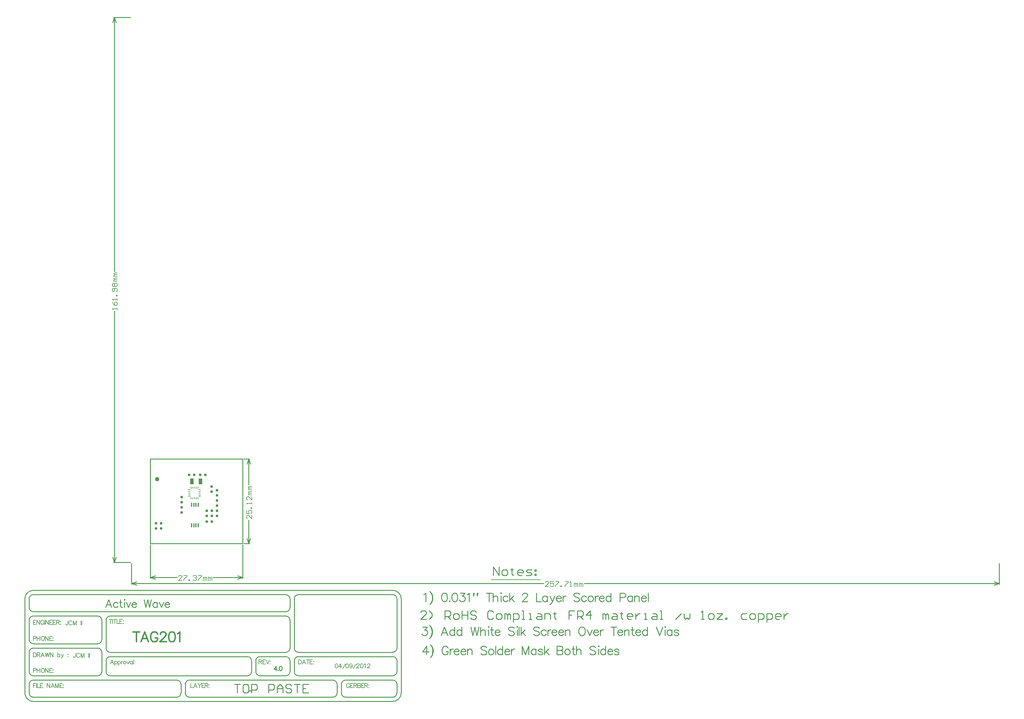
<source format=gtp>
%FSLAX25Y25*%
%MOIN*%
G70*
G01*
G75*
G04 Layer_Color=8421504*
%ADD10R,0.03000X0.03000*%
%ADD11R,0.03000X0.03000*%
%ADD12R,0.01550X0.05000*%
%ADD13C,0.05000*%
%ADD14R,0.03937X0.07087*%
G04:AMPARAMS|DCode=15|XSize=25.59mil|YSize=9.84mil|CornerRadius=2.46mil|HoleSize=0mil|Usage=FLASHONLY|Rotation=0.000|XOffset=0mil|YOffset=0mil|HoleType=Round|Shape=RoundedRectangle|*
%AMROUNDEDRECTD15*
21,1,0.02559,0.00492,0,0,0.0*
21,1,0.02067,0.00984,0,0,0.0*
1,1,0.00492,0.01034,-0.00246*
1,1,0.00492,-0.01034,-0.00246*
1,1,0.00492,-0.01034,0.00246*
1,1,0.00492,0.01034,0.00246*
%
%ADD15ROUNDEDRECTD15*%
G04:AMPARAMS|DCode=16|XSize=25.59mil|YSize=9.84mil|CornerRadius=2.46mil|HoleSize=0mil|Usage=FLASHONLY|Rotation=90.000|XOffset=0mil|YOffset=0mil|HoleType=Round|Shape=RoundedRectangle|*
%AMROUNDEDRECTD16*
21,1,0.02559,0.00492,0,0,90.0*
21,1,0.02067,0.00984,0,0,90.0*
1,1,0.00492,0.00246,0.01034*
1,1,0.00492,0.00246,-0.01034*
1,1,0.00492,-0.00246,-0.01034*
1,1,0.00492,-0.00246,0.01034*
%
%ADD16ROUNDEDRECTD16*%
G04:AMPARAMS|DCode=17|XSize=25.59mil|YSize=9.84mil|CornerRadius=0mil|HoleSize=0mil|Usage=FLASHONLY|Rotation=90.000|XOffset=0mil|YOffset=0mil|HoleType=Round|Shape=Octagon|*
%AMOCTAGOND17*
4,1,8,0.00246,0.01280,-0.00246,0.01280,-0.00492,0.01034,-0.00492,-0.01034,-0.00246,-0.01280,0.00246,-0.01280,0.00492,-0.01034,0.00492,0.01034,0.00246,0.01280,0.0*
%
%ADD17OCTAGOND17*%

G04:AMPARAMS|DCode=18|XSize=25.59mil|YSize=9.84mil|CornerRadius=0mil|HoleSize=0mil|Usage=FLASHONLY|Rotation=180.000|XOffset=0mil|YOffset=0mil|HoleType=Round|Shape=Octagon|*
%AMOCTAGOND18*
4,1,8,-0.01280,0.00246,-0.01280,-0.00246,-0.01034,-0.00492,0.01034,-0.00492,0.01280,-0.00246,0.01280,0.00246,0.01034,0.00492,-0.01034,0.00492,-0.01280,0.00246,0.0*
%
%ADD18OCTAGOND18*%

%ADD19C,0.01200*%
%ADD20C,0.02000*%
%ADD21C,0.00800*%
%ADD22C,0.01000*%
%ADD23C,0.00600*%
%ADD24C,0.00900*%
%ADD25C,0.00500*%
%ADD26C,0.01500*%
%ADD27C,0.05200*%
%ADD28R,0.06200X0.04000*%
%ADD29O,0.06200X0.04000*%
%ADD30C,0.02600*%
%ADD31C,0.09200*%
%ADD32C,0.06000*%
%ADD33R,0.13000X0.15000*%
%ADD34C,0.00504*%
D10*
X51400Y80100D02*
D03*
X45400D02*
D03*
X58100D02*
D03*
X64100D02*
D03*
X71800Y25300D02*
D03*
X65800D02*
D03*
D11*
X36500Y54100D02*
D03*
Y48100D02*
D03*
Y36000D02*
D03*
Y42000D02*
D03*
X71900Y38000D02*
D03*
Y32000D02*
D03*
X65900Y38000D02*
D03*
Y32000D02*
D03*
X78000Y62000D02*
D03*
Y56000D02*
D03*
Y44000D02*
D03*
Y50000D02*
D03*
X77900Y32000D02*
D03*
Y38000D02*
D03*
X71600Y60500D02*
D03*
Y66500D02*
D03*
X6500Y17500D02*
D03*
Y23500D02*
D03*
X12500D02*
D03*
Y17500D02*
D03*
D12*
X48160Y21000D02*
D03*
X50750D02*
D03*
X53250D02*
D03*
X55840D02*
D03*
Y45000D02*
D03*
X53250D02*
D03*
X50750D02*
D03*
X48160D02*
D03*
D13*
X8000Y75100D02*
D03*
D14*
X58521Y72300D02*
D03*
X48679D02*
D03*
D15*
X45498Y58900D02*
D03*
Y60869D02*
D03*
Y56932D02*
D03*
X57702Y60869D02*
D03*
Y58900D02*
D03*
Y56932D02*
D03*
D16*
X53569Y65002D02*
D03*
X51600D02*
D03*
X49632D02*
D03*
X53569Y52798D02*
D03*
X49632D02*
D03*
X51600D02*
D03*
D17*
X55537Y65002D02*
D03*
X47663D02*
D03*
X55537Y52798D02*
D03*
X47663D02*
D03*
D18*
X57702Y62837D02*
D03*
X45498D02*
D03*
X57702Y54963D02*
D03*
X45498D02*
D03*
D21*
X-96520Y-90501D02*
Y-94310D01*
X-96758Y-95024D01*
X-96996Y-95262D01*
X-97472Y-95500D01*
X-97948D01*
X-98424Y-95262D01*
X-98662Y-95024D01*
X-98900Y-94310D01*
Y-93834D01*
X-91663Y-91691D02*
X-91901Y-91215D01*
X-92378Y-90739D01*
X-92854Y-90501D01*
X-93806D01*
X-94282Y-90739D01*
X-94758Y-91215D01*
X-94996Y-91691D01*
X-95234Y-92405D01*
Y-93596D01*
X-94996Y-94310D01*
X-94758Y-94786D01*
X-94282Y-95262D01*
X-93806Y-95500D01*
X-92854D01*
X-92378Y-95262D01*
X-91901Y-94786D01*
X-91663Y-94310D01*
X-90259Y-90501D02*
Y-95500D01*
Y-90501D02*
X-88355Y-95500D01*
X-86450Y-90501D02*
X-88355Y-95500D01*
X-86450Y-90501D02*
Y-95500D01*
X-81094Y-90501D02*
Y-95500D01*
X-80047Y-90501D02*
Y-95500D01*
X-87520Y-128501D02*
Y-132310D01*
X-87758Y-133024D01*
X-87996Y-133262D01*
X-88472Y-133500D01*
X-88948D01*
X-89424Y-133262D01*
X-89662Y-133024D01*
X-89900Y-132310D01*
Y-131834D01*
X-82664Y-129691D02*
X-82902Y-129215D01*
X-83378Y-128739D01*
X-83854Y-128501D01*
X-84806D01*
X-85282Y-128739D01*
X-85758Y-129215D01*
X-85996Y-129691D01*
X-86234Y-130405D01*
Y-131596D01*
X-85996Y-132310D01*
X-85758Y-132786D01*
X-85282Y-133262D01*
X-84806Y-133500D01*
X-83854D01*
X-83378Y-133262D01*
X-82902Y-132786D01*
X-82664Y-132310D01*
X-81259Y-128501D02*
Y-133500D01*
Y-128501D02*
X-79355Y-133500D01*
X-77450Y-128501D02*
X-79355Y-133500D01*
X-77450Y-128501D02*
Y-133500D01*
X-72094Y-128501D02*
Y-133500D01*
X-71047Y-128501D02*
Y-133500D01*
X217303Y-140947D02*
X216589Y-141185D01*
X216113Y-141900D01*
X215875Y-143090D01*
Y-143804D01*
X216113Y-144994D01*
X216589Y-145708D01*
X217303Y-145946D01*
X217779D01*
X218493Y-145708D01*
X218969Y-144994D01*
X219207Y-143804D01*
Y-143090D01*
X218969Y-141900D01*
X218493Y-141185D01*
X217779Y-140947D01*
X217303D01*
X222707D02*
X220326Y-144280D01*
X223897D01*
X222707Y-140947D02*
Y-145946D01*
X224778Y-146660D02*
X228110Y-140947D01*
X229872D02*
X229157Y-141185D01*
X228681Y-141900D01*
X228443Y-143090D01*
Y-143804D01*
X228681Y-144994D01*
X229157Y-145708D01*
X229872Y-145946D01*
X230348D01*
X231062Y-145708D01*
X231538Y-144994D01*
X231776Y-143804D01*
Y-143090D01*
X231538Y-141900D01*
X231062Y-141185D01*
X230348Y-140947D01*
X229872D01*
X235989Y-142614D02*
X235751Y-143328D01*
X235275Y-143804D01*
X234561Y-144042D01*
X234323D01*
X233609Y-143804D01*
X233133Y-143328D01*
X232895Y-142614D01*
Y-142376D01*
X233133Y-141661D01*
X233609Y-141185D01*
X234323Y-140947D01*
X234561D01*
X235275Y-141185D01*
X235751Y-141661D01*
X235989Y-142614D01*
Y-143804D01*
X235751Y-144994D01*
X235275Y-145708D01*
X234561Y-145946D01*
X234085D01*
X233371Y-145708D01*
X233133Y-145232D01*
X237346Y-146660D02*
X240679Y-140947D01*
X241250Y-142138D02*
Y-141900D01*
X241488Y-141423D01*
X241726Y-141185D01*
X242202Y-140947D01*
X243155D01*
X243631Y-141185D01*
X243869Y-141423D01*
X244107Y-141900D01*
Y-142376D01*
X243869Y-142852D01*
X243392Y-143566D01*
X241012Y-145946D01*
X244345D01*
X246892Y-140947D02*
X246178Y-141185D01*
X245702Y-141900D01*
X245463Y-143090D01*
Y-143804D01*
X245702Y-144994D01*
X246178Y-145708D01*
X246892Y-145946D01*
X247368D01*
X248082Y-145708D01*
X248558Y-144994D01*
X248796Y-143804D01*
Y-143090D01*
X248558Y-141900D01*
X248082Y-141185D01*
X247368Y-140947D01*
X246892D01*
X249915Y-141900D02*
X250391Y-141661D01*
X251105Y-140947D01*
Y-145946D01*
X253819Y-142138D02*
Y-141900D01*
X254057Y-141423D01*
X254295Y-141185D01*
X254771Y-140947D01*
X255723D01*
X256199Y-141185D01*
X256437Y-141423D01*
X256675Y-141900D01*
Y-142376D01*
X256437Y-142852D01*
X255961Y-143566D01*
X253581Y-145946D01*
X256913D01*
X398372Y-42569D02*
X455872D01*
D22*
X98200Y-165003D02*
X104865D01*
X101532D01*
Y-175000D01*
X113195Y-165003D02*
X109863D01*
X108197Y-166669D01*
Y-173334D01*
X109863Y-175000D01*
X113195D01*
X114861Y-173334D01*
Y-166669D01*
X113195Y-165003D01*
X118193Y-175000D02*
Y-165003D01*
X123192D01*
X124858Y-166669D01*
Y-170002D01*
X123192Y-171668D01*
X118193D01*
X138187Y-175000D02*
Y-165003D01*
X143185D01*
X144852Y-166669D01*
Y-170002D01*
X143185Y-171668D01*
X138187D01*
X148184Y-175000D02*
Y-168335D01*
X151516Y-165003D01*
X154848Y-168335D01*
Y-175000D01*
Y-170002D01*
X148184D01*
X164845Y-166669D02*
X163179Y-165003D01*
X159847D01*
X158181Y-166669D01*
Y-168335D01*
X159847Y-170002D01*
X163179D01*
X164845Y-171668D01*
Y-173334D01*
X163179Y-175000D01*
X159847D01*
X158181Y-173334D01*
X168177Y-165003D02*
X174842D01*
X171510D01*
Y-175000D01*
X184839Y-165003D02*
X178174D01*
Y-175000D01*
X184839D01*
X178174Y-170002D02*
X181506D01*
X107753Y-40800D02*
Y-1600D01*
X0Y-40800D02*
Y-1600D01*
X73370Y-39800D02*
X107753D01*
X0D02*
X31183D01*
X101753Y-37800D02*
X107753Y-39800D01*
X101753Y-41800D02*
X107753Y-39800D01*
X0D02*
X6000Y-41800D01*
X0Y-39800D02*
X6000Y-37800D01*
X109253Y98803D02*
X115900D01*
X109253Y-100D02*
X115900D01*
X114900Y68345D02*
Y98803D01*
Y-100D02*
Y27158D01*
X112900Y92803D02*
X114900Y98803D01*
X116900Y92803D01*
X114900Y-100D02*
X116900Y5900D01*
X112900D02*
X114900Y-100D01*
X992400Y-47900D02*
Y-23550D01*
X-22200Y-47900D02*
Y-23550D01*
X507093Y-46900D02*
X992400D01*
X-22200D02*
X459907D01*
X986400Y-44900D02*
X992400Y-46900D01*
X986400Y-48900D02*
X992400Y-46900D01*
X-22200D02*
X-16200Y-48900D01*
X-22200Y-46900D02*
X-16200Y-44900D01*
X-43200Y615433D02*
X-23403D01*
X-43200Y-22300D02*
X-23450D01*
X-42200Y318059D02*
Y615433D01*
Y-22300D02*
Y271873D01*
X-44200Y609433D02*
X-42200Y615433D01*
X-40200Y609433D01*
X-42200Y-22300D02*
X-40200Y-16300D01*
X-44200D02*
X-42200Y-22300D01*
X0Y-100D02*
X107753D01*
X0Y-100D02*
Y98800D01*
X114695Y-172498D02*
X118632D01*
X107753Y-100D02*
Y98803D01*
X0D02*
X107753D01*
X283240Y-185014D02*
G03*
X293240Y-175014I0J10000D01*
G01*
X283240Y-180014D02*
G03*
X288240Y-175014I0J5000D01*
G01*
X35740Y-165014D02*
G03*
X30740Y-160014I-5000J0D01*
G01*
X30856Y-180014D02*
G03*
X35738Y-175047I84J4800D01*
G01*
X45740Y-160014D02*
G03*
X40740Y-165014I0J-5000D01*
G01*
Y-175014D02*
G03*
X45652Y-180013I5000J0D01*
G01*
X218240Y-165014D02*
G03*
X213240Y-160014I-5000J0D01*
G01*
X213356Y-180014D02*
G03*
X218238Y-175047I84J4800D01*
G01*
X223240Y-175114D02*
G03*
X228225Y-180013I4900J0D01*
G01*
X228240Y-160014D02*
G03*
X223240Y-165014I0J-5000D01*
G01*
X-56760Y-89914D02*
G03*
X-61660Y-85014I-4900J0D01*
G01*
X-61560Y-117514D02*
G03*
X-56760Y-112714I0J4800D01*
G01*
Y-127414D02*
G03*
X-61831Y-122517I-4900J0D01*
G01*
X-51760Y-122614D02*
G03*
X-46860Y-127514I4900J0D01*
G01*
X-51760Y-150114D02*
G03*
X-46860Y-155014I4900J0D01*
G01*
X-61660D02*
G03*
X-56760Y-150114I0J4900D01*
G01*
X118240Y-137414D02*
G03*
X113340Y-132514I-4900J0D01*
G01*
Y-155014D02*
G03*
X118239Y-150029I0J4900D01*
G01*
X123240Y-149914D02*
G03*
X128251Y-155013I5100J0D01*
G01*
X128040Y-132514D02*
G03*
X123246Y-137565I0J-4800D01*
G01*
X-46760Y-132514D02*
G03*
X-51760Y-137514I0J-5000D01*
G01*
X-46760Y-85014D02*
G03*
X-51760Y-90014I0J-5000D01*
G01*
X-141760Y-150014D02*
G03*
X-136848Y-155013I5000J0D01*
G01*
X-136760Y-122514D02*
G03*
X-141760Y-127514I0J-5000D01*
G01*
Y-112514D02*
G03*
X-136760Y-117514I5000J0D01*
G01*
Y-85014D02*
G03*
X-141760Y-90014I0J-5000D01*
G01*
Y-75014D02*
G03*
X-136760Y-80014I5000J0D01*
G01*
Y-60014D02*
G03*
X-141760Y-65014I0J-5000D01*
G01*
X163240Y-65014D02*
G03*
X158240Y-60014I-5000J0D01*
G01*
X173240Y-60014D02*
G03*
X168240Y-65014I0J-5000D01*
G01*
X158240Y-80014D02*
G03*
X163240Y-75014I0J5000D01*
G01*
Y-90014D02*
G03*
X158240Y-85014I-5000J0D01*
G01*
X-136760Y-160014D02*
G03*
X-141760Y-165014I0J-5000D01*
G01*
X158327Y-127514D02*
G03*
X163241Y-122514I-87J5000D01*
G01*
X-141760Y-175014D02*
G03*
X-136848Y-180013I5000J0D01*
G01*
X163240Y-137414D02*
G03*
X158340Y-132514I-4900J0D01*
G01*
X168240Y-150114D02*
G03*
X173225Y-155013I4900J0D01*
G01*
X158240Y-155014D02*
G03*
X163240Y-150014I0J5000D01*
G01*
X288240Y-164927D02*
G03*
X283240Y-160013I-5000J-87D01*
G01*
X283306Y-154940D02*
G03*
X288306Y-149940I0J5000D01*
G01*
X288238Y-64857D02*
G03*
X283167Y-59960I-4900J0D01*
G01*
X293238Y-64957D02*
G03*
X283238Y-54957I-10000J0D01*
G01*
X-146760Y-174914D02*
G03*
X-136837Y-185012I10100J0D01*
G01*
X-136760Y-55014D02*
G03*
X-146760Y-65014I0J-10000D01*
G01*
X168240Y-122514D02*
G03*
X173240Y-127514I5000J0D01*
G01*
X283306Y-127440D02*
G03*
X288306Y-122440I0J5000D01*
G01*
X173240Y-132514D02*
G03*
X168240Y-137514I0J-5000D01*
G01*
X288306Y-137340D02*
G03*
X283406Y-132440I-4900J0D01*
G01*
X288240Y-175014D02*
Y-165014D01*
X-136760Y-55014D02*
X283240D01*
X288306Y-149940D02*
Y-137340D01*
X168240Y-150014D02*
Y-137514D01*
X288240Y-122514D02*
Y-65014D01*
X168240Y-122514D02*
Y-65014D01*
X-146760Y-175014D02*
Y-65014D01*
X-141760Y-175014D02*
Y-165014D01*
X163240Y-150014D02*
Y-137514D01*
X123240Y-150014D02*
Y-137514D01*
X-51760Y-150014D02*
Y-137514D01*
X118240Y-150014D02*
Y-137514D01*
X-51760Y-122514D02*
Y-90014D01*
X163240Y-122514D02*
Y-90014D01*
Y-75014D02*
Y-65014D01*
X-141760Y-75014D02*
Y-65014D01*
X-56760Y-112514D02*
Y-90014D01*
X-141760Y-112514D02*
Y-90014D01*
X-56760Y-150014D02*
Y-127514D01*
X-141760Y-150014D02*
Y-127514D01*
X293240Y-175014D02*
Y-65014D01*
X223240Y-175014D02*
Y-165014D01*
X218240Y-175014D02*
Y-165014D01*
X40740Y-175014D02*
Y-165014D01*
X35740Y-175014D02*
Y-165014D01*
X173240Y-132514D02*
X283240D01*
X173240Y-127514D02*
X283240D01*
X-46760D02*
X158240D01*
X173240Y-60014D02*
X283240D01*
X173240Y-155014D02*
X283240D01*
X128240Y-132514D02*
X158240D01*
X128240Y-155014D02*
X158240D01*
X-46760D02*
X113240D01*
X-46760Y-132514D02*
X113240D01*
X-46760Y-85014D02*
X158240D01*
X-136760Y-80014D02*
X158240D01*
X-136760Y-85014D02*
X-61760D01*
X-136760Y-117514D02*
X-61760D01*
X-136760Y-122514D02*
X-61760D01*
X-136760Y-155014D02*
X-61760D01*
X-136760Y-185014D02*
X283240D01*
X-136760Y-60014D02*
X158240D01*
X228240Y-160014D02*
X283240D01*
X228240Y-180014D02*
X283240D01*
X45740Y-160014D02*
X213240D01*
X-136760D02*
X30740D01*
X-136760Y-180014D02*
X30740D01*
X45740Y-180014D02*
X213240D01*
X322463Y-88942D02*
X315798D01*
X322463Y-82278D01*
Y-80612D01*
X320797Y-78946D01*
X317465D01*
X315798Y-80612D01*
X325795Y-88942D02*
X329128Y-85610D01*
Y-82278D01*
X325795Y-78946D01*
X344123Y-88942D02*
Y-78946D01*
X349121D01*
X350787Y-80612D01*
Y-83944D01*
X349121Y-85610D01*
X344123D01*
X347455D02*
X350787Y-88942D01*
X355785D02*
X359118D01*
X360784Y-87276D01*
Y-83944D01*
X359118Y-82278D01*
X355785D01*
X354119Y-83944D01*
Y-87276D01*
X355785Y-88942D01*
X364116Y-78946D02*
Y-88942D01*
Y-83944D01*
X370781D01*
Y-78946D01*
Y-88942D01*
X380777Y-80612D02*
X379111Y-78946D01*
X375779D01*
X374113Y-80612D01*
Y-82278D01*
X375779Y-83944D01*
X379111D01*
X380777Y-85610D01*
Y-87276D01*
X379111Y-88942D01*
X375779D01*
X374113Y-87276D01*
X400771Y-80612D02*
X399105Y-78946D01*
X395773D01*
X394107Y-80612D01*
Y-87276D01*
X395773Y-88942D01*
X399105D01*
X400771Y-87276D01*
X405769Y-88942D02*
X409102D01*
X410768Y-87276D01*
Y-83944D01*
X409102Y-82278D01*
X405769D01*
X404103Y-83944D01*
Y-87276D01*
X405769Y-88942D01*
X414100D02*
Y-82278D01*
X415766D01*
X417432Y-83944D01*
Y-88942D01*
Y-83944D01*
X419098Y-82278D01*
X420764Y-83944D01*
Y-88942D01*
X424097Y-92275D02*
Y-82278D01*
X429095D01*
X430761Y-83944D01*
Y-87276D01*
X429095Y-88942D01*
X424097D01*
X434094D02*
X437426D01*
X435760D01*
Y-78946D01*
X434094D01*
X442424Y-88942D02*
X445756D01*
X444090D01*
Y-82278D01*
X442424D01*
X452421D02*
X455753D01*
X457419Y-83944D01*
Y-88942D01*
X452421D01*
X450755Y-87276D01*
X452421Y-85610D01*
X457419D01*
X460752Y-88942D02*
Y-82278D01*
X465750D01*
X467416Y-83944D01*
Y-88942D01*
X472414Y-80612D02*
Y-82278D01*
X470748D01*
X474081D01*
X472414D01*
Y-87276D01*
X474081Y-88942D01*
X495740Y-78946D02*
X489076D01*
Y-83944D01*
X492408D01*
X489076D01*
Y-88942D01*
X499073D02*
Y-78946D01*
X504071D01*
X505737Y-80612D01*
Y-83944D01*
X504071Y-85610D01*
X499073D01*
X502405D02*
X505737Y-88942D01*
X514068D02*
Y-78946D01*
X509069Y-83944D01*
X515734D01*
X529063Y-88942D02*
Y-82278D01*
X530729D01*
X532395Y-83944D01*
Y-88942D01*
Y-83944D01*
X534061Y-82278D01*
X535727Y-83944D01*
Y-88942D01*
X540726Y-82278D02*
X544058D01*
X545724Y-83944D01*
Y-88942D01*
X540726D01*
X539060Y-87276D01*
X540726Y-85610D01*
X545724D01*
X550723Y-80612D02*
Y-82278D01*
X549056D01*
X552389D01*
X550723D01*
Y-87276D01*
X552389Y-88942D01*
X562385D02*
X559053D01*
X557387Y-87276D01*
Y-83944D01*
X559053Y-82278D01*
X562385D01*
X564051Y-83944D01*
Y-85610D01*
X557387D01*
X567384Y-82278D02*
Y-88942D01*
Y-85610D01*
X569050Y-83944D01*
X570716Y-82278D01*
X572382D01*
X577381Y-88942D02*
X580713D01*
X579047D01*
Y-82278D01*
X577381D01*
X587377D02*
X590710D01*
X592376Y-83944D01*
Y-88942D01*
X587377D01*
X585711Y-87276D01*
X587377Y-85610D01*
X592376D01*
X595708Y-88942D02*
X599040D01*
X597374D01*
Y-78946D01*
X595708D01*
X614035Y-88942D02*
X620700Y-82278D01*
X624032D02*
Y-87276D01*
X625698Y-88942D01*
X627364Y-87276D01*
X629031Y-88942D01*
X630697Y-87276D01*
Y-82278D01*
X644026Y-88942D02*
X647358D01*
X645692D01*
Y-78946D01*
X644026Y-80612D01*
X654023Y-88942D02*
X657355D01*
X659021Y-87276D01*
Y-83944D01*
X657355Y-82278D01*
X654023D01*
X652356Y-83944D01*
Y-87276D01*
X654023Y-88942D01*
X662353Y-82278D02*
X669018D01*
X662353Y-88942D01*
X669018D01*
X672350D02*
Y-87276D01*
X674016D01*
Y-88942D01*
X672350D01*
X697342Y-82278D02*
X692343D01*
X690677Y-83944D01*
Y-87276D01*
X692343Y-88942D01*
X697342D01*
X702340D02*
X705672D01*
X707339Y-87276D01*
Y-83944D01*
X705672Y-82278D01*
X702340D01*
X700674Y-83944D01*
Y-87276D01*
X702340Y-88942D01*
X710671Y-92275D02*
Y-82278D01*
X715669D01*
X717335Y-83944D01*
Y-87276D01*
X715669Y-88942D01*
X710671D01*
X720668Y-92275D02*
Y-82278D01*
X725666D01*
X727332Y-83944D01*
Y-87276D01*
X725666Y-88942D01*
X720668D01*
X735663D02*
X732331D01*
X730664Y-87276D01*
Y-83944D01*
X732331Y-82278D01*
X735663D01*
X737329Y-83944D01*
Y-85610D01*
X730664D01*
X740661Y-82278D02*
Y-88942D01*
Y-85610D01*
X742327Y-83944D01*
X743993Y-82278D01*
X745659D01*
X318352Y-97802D02*
X323589D01*
X320733Y-101611D01*
X322161D01*
X323113Y-102087D01*
X323589Y-102563D01*
X324065Y-103991D01*
Y-104944D01*
X323589Y-106372D01*
X322637Y-107324D01*
X321209Y-107800D01*
X319780D01*
X318352Y-107324D01*
X317876Y-106848D01*
X317400Y-105896D01*
X326303Y-95898D02*
X327255Y-96850D01*
X328207Y-98278D01*
X329159Y-100183D01*
X329636Y-102563D01*
Y-104467D01*
X329159Y-106848D01*
X328207Y-108752D01*
X327255Y-110180D01*
X326303Y-111133D01*
X327255Y-96850D02*
X328207Y-98754D01*
X328683Y-100183D01*
X329159Y-102563D01*
Y-104467D01*
X328683Y-106848D01*
X328207Y-108276D01*
X327255Y-110180D01*
X347536Y-107800D02*
X343728Y-97802D01*
X339919Y-107800D01*
X341347Y-104467D02*
X346108D01*
X355582Y-97802D02*
Y-107800D01*
Y-102563D02*
X354630Y-101611D01*
X353678Y-101135D01*
X352250D01*
X351297Y-101611D01*
X350345Y-102563D01*
X349869Y-103991D01*
Y-104944D01*
X350345Y-106372D01*
X351297Y-107324D01*
X352250Y-107800D01*
X353678D01*
X354630Y-107324D01*
X355582Y-106372D01*
X363962Y-97802D02*
Y-107800D01*
Y-102563D02*
X363009Y-101611D01*
X362057Y-101135D01*
X360629D01*
X359677Y-101611D01*
X358724Y-102563D01*
X358248Y-103991D01*
Y-104944D01*
X358724Y-106372D01*
X359677Y-107324D01*
X360629Y-107800D01*
X362057D01*
X363009Y-107324D01*
X363962Y-106372D01*
X374483Y-97802D02*
X376864Y-107800D01*
X379244Y-97802D02*
X376864Y-107800D01*
X379244Y-97802D02*
X381624Y-107800D01*
X384005Y-97802D02*
X381624Y-107800D01*
X386004Y-97802D02*
Y-107800D01*
Y-103039D02*
X387433Y-101611D01*
X388385Y-101135D01*
X389813D01*
X390765Y-101611D01*
X391241Y-103039D01*
Y-107800D01*
X394812Y-97802D02*
X395288Y-98278D01*
X395764Y-97802D01*
X395288Y-97326D01*
X394812Y-97802D01*
X395288Y-101135D02*
Y-107800D01*
X398954Y-97802D02*
Y-105896D01*
X399430Y-107324D01*
X400382Y-107800D01*
X401334D01*
X397526Y-101135D02*
X400858D01*
X402763Y-103991D02*
X408476D01*
Y-103039D01*
X408000Y-102087D01*
X407523Y-101611D01*
X406571Y-101135D01*
X405143D01*
X404191Y-101611D01*
X403239Y-102563D01*
X402763Y-103991D01*
Y-104944D01*
X403239Y-106372D01*
X404191Y-107324D01*
X405143Y-107800D01*
X406571D01*
X407523Y-107324D01*
X408476Y-106372D01*
X425139Y-99230D02*
X424187Y-98278D01*
X422758Y-97802D01*
X420854D01*
X419426Y-98278D01*
X418474Y-99230D01*
Y-100183D01*
X418950Y-101135D01*
X419426Y-101611D01*
X420378Y-102087D01*
X423235Y-103039D01*
X424187Y-103515D01*
X424663Y-103991D01*
X425139Y-104944D01*
Y-106372D01*
X424187Y-107324D01*
X422758Y-107800D01*
X420854D01*
X419426Y-107324D01*
X418474Y-106372D01*
X428329Y-97802D02*
X428805Y-98278D01*
X429281Y-97802D01*
X428805Y-97326D01*
X428329Y-97802D01*
X428805Y-101135D02*
Y-107800D01*
X431042Y-97802D02*
Y-107800D01*
X433137Y-97802D02*
Y-107800D01*
X437898Y-101135D02*
X433137Y-105896D01*
X435041Y-103991D02*
X438374Y-107800D01*
X454466Y-99230D02*
X453514Y-98278D01*
X452085Y-97802D01*
X450181D01*
X448753Y-98278D01*
X447801Y-99230D01*
Y-100183D01*
X448277Y-101135D01*
X448753Y-101611D01*
X449705Y-102087D01*
X452562Y-103039D01*
X453514Y-103515D01*
X453990Y-103991D01*
X454466Y-104944D01*
Y-106372D01*
X453514Y-107324D01*
X452085Y-107800D01*
X450181D01*
X448753Y-107324D01*
X447801Y-106372D01*
X462417Y-102563D02*
X461464Y-101611D01*
X460512Y-101135D01*
X459084D01*
X458132Y-101611D01*
X457180Y-102563D01*
X456704Y-103991D01*
Y-104944D01*
X457180Y-106372D01*
X458132Y-107324D01*
X459084Y-107800D01*
X460512D01*
X461464Y-107324D01*
X462417Y-106372D01*
X464559Y-101135D02*
Y-107800D01*
Y-103991D02*
X465035Y-102563D01*
X465987Y-101611D01*
X466939Y-101135D01*
X468368D01*
X469272Y-103991D02*
X474985D01*
Y-103039D01*
X474509Y-102087D01*
X474033Y-101611D01*
X473081Y-101135D01*
X471653D01*
X470701Y-101611D01*
X469748Y-102563D01*
X469272Y-103991D01*
Y-104944D01*
X469748Y-106372D01*
X470701Y-107324D01*
X471653Y-107800D01*
X473081D01*
X474033Y-107324D01*
X474985Y-106372D01*
X477128Y-103991D02*
X482841D01*
Y-103039D01*
X482365Y-102087D01*
X481889Y-101611D01*
X480936Y-101135D01*
X479508D01*
X478556Y-101611D01*
X477604Y-102563D01*
X477128Y-103991D01*
Y-104944D01*
X477604Y-106372D01*
X478556Y-107324D01*
X479508Y-107800D01*
X480936D01*
X481889Y-107324D01*
X482841Y-106372D01*
X484983Y-101135D02*
Y-107800D01*
Y-103039D02*
X486411Y-101611D01*
X487364Y-101135D01*
X488792D01*
X489744Y-101611D01*
X490220Y-103039D01*
Y-107800D01*
X503551Y-97802D02*
X502598Y-98278D01*
X501646Y-99230D01*
X501170Y-100183D01*
X500694Y-101611D01*
Y-103991D01*
X501170Y-105420D01*
X501646Y-106372D01*
X502598Y-107324D01*
X503551Y-107800D01*
X505455D01*
X506407Y-107324D01*
X507359Y-106372D01*
X507835Y-105420D01*
X508312Y-103991D01*
Y-101611D01*
X507835Y-100183D01*
X507359Y-99230D01*
X506407Y-98278D01*
X505455Y-97802D01*
X503551D01*
X510644Y-101135D02*
X513501Y-107800D01*
X516357Y-101135D02*
X513501Y-107800D01*
X517976Y-103991D02*
X523689D01*
Y-103039D01*
X523213Y-102087D01*
X522737Y-101611D01*
X521785Y-101135D01*
X520357D01*
X519404Y-101611D01*
X518452Y-102563D01*
X517976Y-103991D01*
Y-104944D01*
X518452Y-106372D01*
X519404Y-107324D01*
X520357Y-107800D01*
X521785D01*
X522737Y-107324D01*
X523689Y-106372D01*
X525832Y-101135D02*
Y-107800D01*
Y-103991D02*
X526308Y-102563D01*
X527260Y-101611D01*
X528212Y-101135D01*
X529640D01*
X541733Y-97802D02*
Y-107800D01*
X538400Y-97802D02*
X545065D01*
X546256Y-103991D02*
X551969D01*
Y-103039D01*
X551493Y-102087D01*
X551017Y-101611D01*
X550064Y-101135D01*
X548636D01*
X547684Y-101611D01*
X546732Y-102563D01*
X546256Y-103991D01*
Y-104944D01*
X546732Y-106372D01*
X547684Y-107324D01*
X548636Y-107800D01*
X550064D01*
X551017Y-107324D01*
X551969Y-106372D01*
X554111Y-101135D02*
Y-107800D01*
Y-103039D02*
X555540Y-101611D01*
X556492Y-101135D01*
X557920D01*
X558872Y-101611D01*
X559348Y-103039D01*
Y-107800D01*
X563395Y-97802D02*
Y-105896D01*
X563871Y-107324D01*
X564823Y-107800D01*
X565775D01*
X561967Y-101135D02*
X565299D01*
X567204Y-103991D02*
X572917D01*
Y-103039D01*
X572441Y-102087D01*
X571965Y-101611D01*
X571012Y-101135D01*
X569584D01*
X568632Y-101611D01*
X567680Y-102563D01*
X567204Y-103991D01*
Y-104944D01*
X567680Y-106372D01*
X568632Y-107324D01*
X569584Y-107800D01*
X571012D01*
X571965Y-107324D01*
X572917Y-106372D01*
X580772Y-97802D02*
Y-107800D01*
Y-102563D02*
X579820Y-101611D01*
X578868Y-101135D01*
X577439D01*
X576487Y-101611D01*
X575535Y-102563D01*
X575059Y-103991D01*
Y-104944D01*
X575535Y-106372D01*
X576487Y-107324D01*
X577439Y-107800D01*
X578868D01*
X579820Y-107324D01*
X580772Y-106372D01*
X591294Y-97802D02*
X595102Y-107800D01*
X598911Y-97802D02*
X595102Y-107800D01*
X601149Y-97802D02*
X601625Y-98278D01*
X602101Y-97802D01*
X601625Y-97326D01*
X601149Y-97802D01*
X601625Y-101135D02*
Y-107800D01*
X609576Y-101135D02*
Y-107800D01*
Y-102563D02*
X608623Y-101611D01*
X607671Y-101135D01*
X606243D01*
X605291Y-101611D01*
X604339Y-102563D01*
X603862Y-103991D01*
Y-104944D01*
X604339Y-106372D01*
X605291Y-107324D01*
X606243Y-107800D01*
X607671D01*
X608623Y-107324D01*
X609576Y-106372D01*
X617479Y-102563D02*
X617002Y-101611D01*
X615574Y-101135D01*
X614146D01*
X612718Y-101611D01*
X612242Y-102563D01*
X612718Y-103515D01*
X613670Y-103991D01*
X616050Y-104467D01*
X617002Y-104944D01*
X617479Y-105896D01*
Y-106372D01*
X617002Y-107324D01*
X615574Y-107800D01*
X614146D01*
X612718Y-107324D01*
X612242Y-106372D01*
X319372Y-60042D02*
X320324Y-59566D01*
X321753Y-58138D01*
Y-68135D01*
X326704Y-56233D02*
X327656Y-57185D01*
X328608Y-58614D01*
X329560Y-60518D01*
X330037Y-62898D01*
Y-64803D01*
X329560Y-67183D01*
X328608Y-69087D01*
X327656Y-70516D01*
X326704Y-71468D01*
X327656Y-57185D02*
X328608Y-59090D01*
X329084Y-60518D01*
X329560Y-62898D01*
Y-64803D01*
X329084Y-67183D01*
X328608Y-68611D01*
X327656Y-70516D01*
X343177Y-58138D02*
X341748Y-58614D01*
X340796Y-60042D01*
X340320Y-62422D01*
Y-63850D01*
X340796Y-66231D01*
X341748Y-67659D01*
X343177Y-68135D01*
X344129D01*
X345557Y-67659D01*
X346509Y-66231D01*
X346985Y-63850D01*
Y-62422D01*
X346509Y-60042D01*
X345557Y-58614D01*
X344129Y-58138D01*
X343177D01*
X349699Y-67183D02*
X349223Y-67659D01*
X349699Y-68135D01*
X350175Y-67659D01*
X349699Y-67183D01*
X355222Y-58138D02*
X353793Y-58614D01*
X352841Y-60042D01*
X352365Y-62422D01*
Y-63850D01*
X352841Y-66231D01*
X353793Y-67659D01*
X355222Y-68135D01*
X356174D01*
X357602Y-67659D01*
X358554Y-66231D01*
X359030Y-63850D01*
Y-62422D01*
X358554Y-60042D01*
X357602Y-58614D01*
X356174Y-58138D01*
X355222D01*
X362220D02*
X367457D01*
X364601Y-61946D01*
X366029D01*
X366981Y-62422D01*
X367457Y-62898D01*
X367933Y-64327D01*
Y-65279D01*
X367457Y-66707D01*
X366505Y-67659D01*
X365077Y-68135D01*
X363648D01*
X362220Y-67659D01*
X361744Y-67183D01*
X361268Y-66231D01*
X370171Y-60042D02*
X371123Y-59566D01*
X372551Y-58138D01*
Y-68135D01*
X377979Y-58138D02*
X377503Y-58614D01*
Y-61470D01*
X377979Y-58614D02*
X377503Y-61470D01*
X377979Y-58138D02*
X378455Y-58614D01*
X377503Y-61470D01*
X382263Y-58138D02*
X381787Y-58614D01*
Y-61470D01*
X382263Y-58614D02*
X381787Y-61470D01*
X382263Y-58138D02*
X382740Y-58614D01*
X381787Y-61470D01*
X396022Y-58138D02*
Y-68135D01*
X392690Y-58138D02*
X399355D01*
X400545D02*
Y-68135D01*
Y-63374D02*
X401973Y-61946D01*
X402926Y-61470D01*
X404354D01*
X405306Y-61946D01*
X405782Y-63374D01*
Y-68135D01*
X409353Y-58138D02*
X409829Y-58614D01*
X410305Y-58138D01*
X409829Y-57661D01*
X409353Y-58138D01*
X409829Y-61470D02*
Y-68135D01*
X417780Y-62898D02*
X416827Y-61946D01*
X415875Y-61470D01*
X414447D01*
X413495Y-61946D01*
X412543Y-62898D01*
X412067Y-64327D01*
Y-65279D01*
X412543Y-66707D01*
X413495Y-67659D01*
X414447Y-68135D01*
X415875D01*
X416827Y-67659D01*
X417780Y-66707D01*
X419922Y-58138D02*
Y-68135D01*
X424683Y-61470D02*
X419922Y-66231D01*
X421826Y-64327D02*
X425159Y-68135D01*
X435062Y-60518D02*
Y-60042D01*
X435538Y-59090D01*
X436014Y-58614D01*
X436966Y-58138D01*
X438870D01*
X439823Y-58614D01*
X440299Y-59090D01*
X440775Y-60042D01*
Y-60994D01*
X440299Y-61946D01*
X439347Y-63374D01*
X434586Y-68135D01*
X441251D01*
X451344Y-58138D02*
Y-68135D01*
X457057D01*
X463865Y-61470D02*
Y-68135D01*
Y-62898D02*
X462913Y-61946D01*
X461961Y-61470D01*
X460532D01*
X459580Y-61946D01*
X458628Y-62898D01*
X458152Y-64327D01*
Y-65279D01*
X458628Y-66707D01*
X459580Y-67659D01*
X460532Y-68135D01*
X461961D01*
X462913Y-67659D01*
X463865Y-66707D01*
X467007Y-61470D02*
X469864Y-68135D01*
X472720Y-61470D02*
X469864Y-68135D01*
X468912Y-70040D01*
X467959Y-70992D01*
X467007Y-71468D01*
X466531D01*
X474387Y-64327D02*
X480100D01*
Y-63374D01*
X479624Y-62422D01*
X479147Y-61946D01*
X478195Y-61470D01*
X476767D01*
X475815Y-61946D01*
X474863Y-62898D01*
X474387Y-64327D01*
Y-65279D01*
X474863Y-66707D01*
X475815Y-67659D01*
X476767Y-68135D01*
X478195D01*
X479147Y-67659D01*
X480100Y-66707D01*
X482242Y-61470D02*
Y-68135D01*
Y-64327D02*
X482718Y-62898D01*
X483670Y-61946D01*
X484622Y-61470D01*
X486051D01*
X501476Y-59566D02*
X500524Y-58614D01*
X499096Y-58138D01*
X497191D01*
X495763Y-58614D01*
X494811Y-59566D01*
Y-60518D01*
X495287Y-61470D01*
X495763Y-61946D01*
X496715Y-62422D01*
X499572Y-63374D01*
X500524Y-63850D01*
X501000Y-64327D01*
X501476Y-65279D01*
Y-66707D01*
X500524Y-67659D01*
X499096Y-68135D01*
X497191D01*
X495763Y-67659D01*
X494811Y-66707D01*
X509427Y-62898D02*
X508474Y-61946D01*
X507522Y-61470D01*
X506094D01*
X505142Y-61946D01*
X504190Y-62898D01*
X503714Y-64327D01*
Y-65279D01*
X504190Y-66707D01*
X505142Y-67659D01*
X506094Y-68135D01*
X507522D01*
X508474Y-67659D01*
X509427Y-66707D01*
X513949Y-61470D02*
X512997Y-61946D01*
X512045Y-62898D01*
X511569Y-64327D01*
Y-65279D01*
X512045Y-66707D01*
X512997Y-67659D01*
X513949Y-68135D01*
X515378D01*
X516330Y-67659D01*
X517282Y-66707D01*
X517758Y-65279D01*
Y-64327D01*
X517282Y-62898D01*
X516330Y-61946D01*
X515378Y-61470D01*
X513949D01*
X519948D02*
Y-68135D01*
Y-64327D02*
X520424Y-62898D01*
X521377Y-61946D01*
X522329Y-61470D01*
X523757D01*
X524661Y-64327D02*
X530375D01*
Y-63374D01*
X529899Y-62422D01*
X529422Y-61946D01*
X528470Y-61470D01*
X527042D01*
X526090Y-61946D01*
X525138Y-62898D01*
X524661Y-64327D01*
Y-65279D01*
X525138Y-66707D01*
X526090Y-67659D01*
X527042Y-68135D01*
X528470D01*
X529422Y-67659D01*
X530375Y-66707D01*
X538230Y-58138D02*
Y-68135D01*
Y-62898D02*
X537278Y-61946D01*
X536326Y-61470D01*
X534898D01*
X533945Y-61946D01*
X532993Y-62898D01*
X532517Y-64327D01*
Y-65279D01*
X532993Y-66707D01*
X533945Y-67659D01*
X534898Y-68135D01*
X536326D01*
X537278Y-67659D01*
X538230Y-66707D01*
X548752Y-63374D02*
X553036D01*
X554465Y-62898D01*
X554941Y-62422D01*
X555417Y-61470D01*
Y-60042D01*
X554941Y-59090D01*
X554465Y-58614D01*
X553036Y-58138D01*
X548752D01*
Y-68135D01*
X563368Y-61470D02*
Y-68135D01*
Y-62898D02*
X562415Y-61946D01*
X561463Y-61470D01*
X560035D01*
X559083Y-61946D01*
X558131Y-62898D01*
X557654Y-64327D01*
Y-65279D01*
X558131Y-66707D01*
X559083Y-67659D01*
X560035Y-68135D01*
X561463D01*
X562415Y-67659D01*
X563368Y-66707D01*
X566034Y-61470D02*
Y-68135D01*
Y-63374D02*
X567462Y-61946D01*
X568414Y-61470D01*
X569842D01*
X570794Y-61946D01*
X571271Y-63374D01*
Y-68135D01*
X573889Y-64327D02*
X579602D01*
Y-63374D01*
X579126Y-62422D01*
X578650Y-61946D01*
X577698Y-61470D01*
X576269D01*
X575317Y-61946D01*
X574365Y-62898D01*
X573889Y-64327D01*
Y-65279D01*
X574365Y-66707D01*
X575317Y-67659D01*
X576269Y-68135D01*
X577698D01*
X578650Y-67659D01*
X579602Y-66707D01*
X581745Y-58138D02*
Y-68135D01*
X400874Y-37626D02*
Y-27629D01*
X407538Y-37626D01*
Y-27629D01*
X412537Y-37626D02*
X415869D01*
X417535Y-35960D01*
Y-32628D01*
X415869Y-30962D01*
X412537D01*
X410871Y-32628D01*
Y-35960D01*
X412537Y-37626D01*
X422533Y-29295D02*
Y-30962D01*
X420867D01*
X424199D01*
X422533D01*
Y-35960D01*
X424199Y-37626D01*
X434196D02*
X430864D01*
X429198Y-35960D01*
Y-32628D01*
X430864Y-30962D01*
X434196D01*
X435862Y-32628D01*
Y-34294D01*
X429198D01*
X439195Y-37626D02*
X444193D01*
X445859Y-35960D01*
X444193Y-34294D01*
X440861D01*
X439195Y-32628D01*
X440861Y-30962D01*
X445859D01*
X449192D02*
X450858D01*
Y-32628D01*
X449192D01*
Y-30962D01*
Y-35960D02*
X450858D01*
Y-37626D01*
X449192D01*
Y-35960D01*
X323027Y-120328D02*
X318266Y-126993D01*
X325408D01*
X323027Y-120328D02*
Y-130326D01*
X327169Y-118424D02*
X328121Y-119376D01*
X329073Y-120804D01*
X330026Y-122709D01*
X330502Y-125089D01*
Y-126993D01*
X330026Y-129374D01*
X329073Y-131278D01*
X328121Y-132706D01*
X327169Y-133659D01*
X328121Y-119376D02*
X329073Y-121280D01*
X329549Y-122709D01*
X330026Y-125089D01*
Y-126993D01*
X329549Y-129374D01*
X329073Y-130802D01*
X328121Y-132706D01*
X347926Y-122709D02*
X347450Y-121756D01*
X346498Y-120804D01*
X345546Y-120328D01*
X343642D01*
X342689Y-120804D01*
X341737Y-121756D01*
X341261Y-122709D01*
X340785Y-124137D01*
Y-126517D01*
X341261Y-127945D01*
X341737Y-128898D01*
X342689Y-129850D01*
X343642Y-130326D01*
X345546D01*
X346498Y-129850D01*
X347450Y-128898D01*
X347926Y-127945D01*
Y-126517D01*
X345546D02*
X347926D01*
X350212Y-123661D02*
Y-130326D01*
Y-126517D02*
X350688Y-125089D01*
X351640Y-124137D01*
X352592Y-123661D01*
X354020D01*
X354925Y-126517D02*
X360638D01*
Y-125565D01*
X360162Y-124613D01*
X359686Y-124137D01*
X358734Y-123661D01*
X357305D01*
X356353Y-124137D01*
X355401Y-125089D01*
X354925Y-126517D01*
Y-127470D01*
X355401Y-128898D01*
X356353Y-129850D01*
X357305Y-130326D01*
X358734D01*
X359686Y-129850D01*
X360638Y-128898D01*
X362780Y-126517D02*
X368494D01*
Y-125565D01*
X368017Y-124613D01*
X367541Y-124137D01*
X366589Y-123661D01*
X365161D01*
X364209Y-124137D01*
X363257Y-125089D01*
X362780Y-126517D01*
Y-127470D01*
X363257Y-128898D01*
X364209Y-129850D01*
X365161Y-130326D01*
X366589D01*
X367541Y-129850D01*
X368494Y-128898D01*
X370636Y-123661D02*
Y-130326D01*
Y-125565D02*
X372064Y-124137D01*
X373016Y-123661D01*
X374445D01*
X375397Y-124137D01*
X375873Y-125565D01*
Y-130326D01*
X393012Y-121756D02*
X392060Y-120804D01*
X390632Y-120328D01*
X388727D01*
X387299Y-120804D01*
X386347Y-121756D01*
Y-122709D01*
X386823Y-123661D01*
X387299Y-124137D01*
X388251Y-124613D01*
X391108Y-125565D01*
X392060Y-126041D01*
X392536Y-126517D01*
X393012Y-127470D01*
Y-128898D01*
X392060Y-129850D01*
X390632Y-130326D01*
X388727D01*
X387299Y-129850D01*
X386347Y-128898D01*
X397630Y-123661D02*
X396678Y-124137D01*
X395726Y-125089D01*
X395250Y-126517D01*
Y-127470D01*
X395726Y-128898D01*
X396678Y-129850D01*
X397630Y-130326D01*
X399058D01*
X400010Y-129850D01*
X400963Y-128898D01*
X401439Y-127470D01*
Y-126517D01*
X400963Y-125089D01*
X400010Y-124137D01*
X399058Y-123661D01*
X397630D01*
X403629Y-120328D02*
Y-130326D01*
X411437Y-120328D02*
Y-130326D01*
Y-125089D02*
X410485Y-124137D01*
X409532Y-123661D01*
X408104D01*
X407152Y-124137D01*
X406200Y-125089D01*
X405724Y-126517D01*
Y-127470D01*
X406200Y-128898D01*
X407152Y-129850D01*
X408104Y-130326D01*
X409532D01*
X410485Y-129850D01*
X411437Y-128898D01*
X414103Y-126517D02*
X419816D01*
Y-125565D01*
X419340Y-124613D01*
X418864Y-124137D01*
X417911Y-123661D01*
X416483D01*
X415531Y-124137D01*
X414579Y-125089D01*
X414103Y-126517D01*
Y-127470D01*
X414579Y-128898D01*
X415531Y-129850D01*
X416483Y-130326D01*
X417911D01*
X418864Y-129850D01*
X419816Y-128898D01*
X421958Y-123661D02*
Y-130326D01*
Y-126517D02*
X422434Y-125089D01*
X423386Y-124137D01*
X424339Y-123661D01*
X425767D01*
X434527Y-120328D02*
Y-130326D01*
Y-120328D02*
X438336Y-130326D01*
X442144Y-120328D02*
X438336Y-130326D01*
X442144Y-120328D02*
Y-130326D01*
X450714Y-123661D02*
Y-130326D01*
Y-125089D02*
X449762Y-124137D01*
X448810Y-123661D01*
X447381D01*
X446429Y-124137D01*
X445477Y-125089D01*
X445001Y-126517D01*
Y-127470D01*
X445477Y-128898D01*
X446429Y-129850D01*
X447381Y-130326D01*
X448810D01*
X449762Y-129850D01*
X450714Y-128898D01*
X458617Y-125089D02*
X458141Y-124137D01*
X456713Y-123661D01*
X455284D01*
X453856Y-124137D01*
X453380Y-125089D01*
X453856Y-126041D01*
X454808Y-126517D01*
X457189Y-126993D01*
X458141Y-127470D01*
X458617Y-128422D01*
Y-128898D01*
X458141Y-129850D01*
X456713Y-130326D01*
X455284D01*
X453856Y-129850D01*
X453380Y-128898D01*
X460712Y-120328D02*
Y-130326D01*
X465473Y-123661D02*
X460712Y-128422D01*
X462616Y-126517D02*
X465949Y-130326D01*
X475375Y-120328D02*
Y-130326D01*
Y-120328D02*
X479660D01*
X481088Y-120804D01*
X481565Y-121280D01*
X482041Y-122232D01*
Y-123185D01*
X481565Y-124137D01*
X481088Y-124613D01*
X479660Y-125089D01*
X475375D02*
X479660D01*
X481088Y-125565D01*
X481565Y-126041D01*
X482041Y-126993D01*
Y-128422D01*
X481565Y-129374D01*
X481088Y-129850D01*
X479660Y-130326D01*
X475375D01*
X486659Y-123661D02*
X485707Y-124137D01*
X484754Y-125089D01*
X484278Y-126517D01*
Y-127470D01*
X484754Y-128898D01*
X485707Y-129850D01*
X486659Y-130326D01*
X488087D01*
X489039Y-129850D01*
X489991Y-128898D01*
X490467Y-127470D01*
Y-126517D01*
X489991Y-125089D01*
X489039Y-124137D01*
X488087Y-123661D01*
X486659D01*
X494086Y-120328D02*
Y-128422D01*
X494562Y-129850D01*
X495514Y-130326D01*
X496466D01*
X492657Y-123661D02*
X495990D01*
X497894Y-120328D02*
Y-130326D01*
Y-125565D02*
X499323Y-124137D01*
X500275Y-123661D01*
X501703D01*
X502655Y-124137D01*
X503131Y-125565D01*
Y-130326D01*
X520270Y-121756D02*
X519318Y-120804D01*
X517890Y-120328D01*
X515986D01*
X514557Y-120804D01*
X513605Y-121756D01*
Y-122709D01*
X514081Y-123661D01*
X514557Y-124137D01*
X515510Y-124613D01*
X518366Y-125565D01*
X519318Y-126041D01*
X519794Y-126517D01*
X520270Y-127470D01*
Y-128898D01*
X519318Y-129850D01*
X517890Y-130326D01*
X515986D01*
X514557Y-129850D01*
X513605Y-128898D01*
X523460Y-120328D02*
X523936Y-120804D01*
X524412Y-120328D01*
X523936Y-119852D01*
X523460Y-120328D01*
X523936Y-123661D02*
Y-130326D01*
X531887Y-120328D02*
Y-130326D01*
Y-125089D02*
X530935Y-124137D01*
X529983Y-123661D01*
X528554D01*
X527602Y-124137D01*
X526650Y-125089D01*
X526174Y-126517D01*
Y-127470D01*
X526650Y-128898D01*
X527602Y-129850D01*
X528554Y-130326D01*
X529983D01*
X530935Y-129850D01*
X531887Y-128898D01*
X534553Y-126517D02*
X540266D01*
Y-125565D01*
X539790Y-124613D01*
X539314Y-124137D01*
X538362Y-123661D01*
X536934D01*
X535981Y-124137D01*
X535029Y-125089D01*
X534553Y-126517D01*
Y-127470D01*
X535029Y-128898D01*
X535981Y-129850D01*
X536934Y-130326D01*
X538362D01*
X539314Y-129850D01*
X540266Y-128898D01*
X547646Y-125089D02*
X547169Y-124137D01*
X545741Y-123661D01*
X544313D01*
X542885Y-124137D01*
X542409Y-125089D01*
X542885Y-126041D01*
X543837Y-126517D01*
X546217Y-126993D01*
X547169Y-127470D01*
X547646Y-128422D01*
Y-128898D01*
X547169Y-129850D01*
X545741Y-130326D01*
X544313D01*
X542885Y-129850D01*
X542409Y-128898D01*
D23*
X36781Y-43399D02*
X32783D01*
X36781Y-39400D01*
Y-38401D01*
X35782Y-37401D01*
X33783D01*
X32783Y-38401D01*
X38781Y-37401D02*
X42780D01*
Y-38401D01*
X38781Y-42399D01*
Y-43399D01*
X44779D02*
Y-42399D01*
X45779D01*
Y-43399D01*
X44779D01*
X49777Y-38401D02*
X50777Y-37401D01*
X52776D01*
X53776Y-38401D01*
Y-39400D01*
X52776Y-40400D01*
X51777D01*
X52776D01*
X53776Y-41400D01*
Y-42399D01*
X52776Y-43399D01*
X50777D01*
X49777Y-42399D01*
X55775Y-37401D02*
X59774D01*
Y-38401D01*
X55775Y-42399D01*
Y-43399D01*
X61773D02*
Y-39400D01*
X62773D01*
X63773Y-40400D01*
Y-43399D01*
Y-40400D01*
X64772Y-39400D01*
X65772Y-40400D01*
Y-43399D01*
X67772D02*
Y-39400D01*
X68771D01*
X69771Y-40400D01*
Y-43399D01*
Y-40400D01*
X70771Y-39400D01*
X71770Y-40400D01*
Y-43399D01*
X118499Y32756D02*
Y28758D01*
X114500Y32756D01*
X113501D01*
X112501Y31757D01*
Y29757D01*
X113501Y28758D01*
X112501Y38754D02*
Y34756D01*
X115500D01*
X114500Y36755D01*
Y37755D01*
X115500Y38754D01*
X117499D01*
X118499Y37755D01*
Y35755D01*
X117499Y34756D01*
X118499Y40754D02*
X117499D01*
Y41753D01*
X118499D01*
Y40754D01*
Y45752D02*
Y47752D01*
Y46752D01*
X112501D01*
X113501Y45752D01*
X118499Y54749D02*
Y50750D01*
X114500Y54749D01*
X113501D01*
X112501Y53750D01*
Y51750D01*
X113501Y50750D01*
X118499Y56749D02*
X114500D01*
Y57748D01*
X115500Y58748D01*
X118499D01*
X115500D01*
X114500Y59748D01*
X115500Y60747D01*
X118499D01*
Y62747D02*
X114500D01*
Y63746D01*
X115500Y64746D01*
X118499D01*
X115500D01*
X114500Y65746D01*
X115500Y66745D01*
X118499D01*
X465506Y-50499D02*
X461507D01*
X465506Y-46500D01*
Y-45501D01*
X464506Y-44501D01*
X462507D01*
X461507Y-45501D01*
X471504Y-44501D02*
X467505D01*
Y-47500D01*
X469504Y-46500D01*
X470504D01*
X471504Y-47500D01*
Y-49499D01*
X470504Y-50499D01*
X468505D01*
X467505Y-49499D01*
X473503Y-44501D02*
X477502D01*
Y-45501D01*
X473503Y-49499D01*
Y-50499D01*
X479501D02*
Y-49499D01*
X480501D01*
Y-50499D01*
X479501D01*
X484500Y-44501D02*
X488498D01*
Y-45501D01*
X484500Y-49499D01*
Y-50499D01*
X490498D02*
X492497D01*
X491497D01*
Y-44501D01*
X490498Y-45501D01*
X495496Y-50499D02*
Y-46500D01*
X496496D01*
X497496Y-47500D01*
Y-50499D01*
Y-47500D01*
X498495Y-46500D01*
X499495Y-47500D01*
Y-50499D01*
X501494D02*
Y-46500D01*
X502494D01*
X503493Y-47500D01*
Y-50499D01*
Y-47500D01*
X504493Y-46500D01*
X505493Y-47500D01*
Y-50499D01*
X-38601Y273473D02*
Y275473D01*
Y274473D01*
X-44599D01*
X-43599Y273473D01*
X-44599Y282470D02*
X-43599Y280471D01*
X-41600Y278472D01*
X-39601D01*
X-38601Y279471D01*
Y281471D01*
X-39601Y282470D01*
X-40600D01*
X-41600Y281471D01*
Y278472D01*
X-38601Y284470D02*
Y286469D01*
Y285469D01*
X-44599D01*
X-43599Y284470D01*
X-38601Y289468D02*
X-39601D01*
Y290468D01*
X-38601D01*
Y289468D01*
X-39601Y294466D02*
X-38601Y295466D01*
Y297465D01*
X-39601Y298465D01*
X-43599D01*
X-44599Y297465D01*
Y295466D01*
X-43599Y294466D01*
X-42600D01*
X-41600Y295466D01*
Y298465D01*
X-43599Y300465D02*
X-44599Y301464D01*
Y303464D01*
X-43599Y304463D01*
X-42600D01*
X-41600Y303464D01*
X-40600Y304463D01*
X-39601D01*
X-38601Y303464D01*
Y301464D01*
X-39601Y300465D01*
X-40600D01*
X-41600Y301464D01*
X-42600Y300465D01*
X-43599D01*
X-41600Y301464D02*
Y303464D01*
X-38601Y306463D02*
X-42600D01*
Y307462D01*
X-41600Y308462D01*
X-38601D01*
X-41600D01*
X-42600Y309462D01*
X-41600Y310461D01*
X-38601D01*
Y312461D02*
X-42600D01*
Y313460D01*
X-41600Y314460D01*
X-38601D01*
X-41600D01*
X-42600Y315460D01*
X-41600Y316459D01*
X-38601D01*
D24*
X146870Y-143765D02*
X144490Y-147098D01*
X148060D01*
X146870Y-143765D02*
Y-148764D01*
X149179Y-148288D02*
X148941Y-148526D01*
X149179Y-148764D01*
X149417Y-148526D01*
X149179Y-148288D01*
X151941Y-143765D02*
X151226Y-144003D01*
X150750Y-144717D01*
X150512Y-145908D01*
Y-146622D01*
X150750Y-147812D01*
X151226Y-148526D01*
X151941Y-148764D01*
X152417D01*
X153131Y-148526D01*
X153607Y-147812D01*
X153845Y-146622D01*
Y-145908D01*
X153607Y-144717D01*
X153131Y-144003D01*
X152417Y-143765D01*
X151941D01*
X-45444Y-75000D02*
X-48872Y-66002D01*
X-52300Y-75000D01*
X-51015Y-72001D02*
X-46730D01*
X-38203Y-70287D02*
X-39060Y-69430D01*
X-39917Y-69001D01*
X-41202D01*
X-42059Y-69430D01*
X-42916Y-70287D01*
X-43345Y-71572D01*
Y-72429D01*
X-42916Y-73715D01*
X-42059Y-74572D01*
X-41202Y-75000D01*
X-39917D01*
X-39060Y-74572D01*
X-38203Y-73715D01*
X-34989Y-66002D02*
Y-73286D01*
X-34561Y-74572D01*
X-33704Y-75000D01*
X-32847D01*
X-36275Y-69001D02*
X-33275D01*
X-30705Y-66002D02*
X-30276Y-66430D01*
X-29848Y-66002D01*
X-30276Y-65574D01*
X-30705Y-66002D01*
X-30276Y-69001D02*
Y-75000D01*
X-28262Y-69001D02*
X-25691Y-75000D01*
X-23121Y-69001D02*
X-25691Y-75000D01*
X-21664Y-71572D02*
X-16522D01*
Y-70715D01*
X-16950Y-69858D01*
X-17379Y-69430D01*
X-18236Y-69001D01*
X-19521D01*
X-20378Y-69430D01*
X-21235Y-70287D01*
X-21664Y-71572D01*
Y-72429D01*
X-21235Y-73715D01*
X-20378Y-74572D01*
X-19521Y-75000D01*
X-18236D01*
X-17379Y-74572D01*
X-16522Y-73715D01*
X-7524Y-66002D02*
X-5381Y-75000D01*
X-3239Y-66002D02*
X-5381Y-75000D01*
X-3239Y-66002D02*
X-1097Y-75000D01*
X1046Y-66002D02*
X-1097Y-75000D01*
X7987Y-69001D02*
Y-75000D01*
Y-70287D02*
X7130Y-69430D01*
X6273Y-69001D01*
X4988D01*
X4131Y-69430D01*
X3274Y-70287D01*
X2845Y-71572D01*
Y-72429D01*
X3274Y-73715D01*
X4131Y-74572D01*
X4988Y-75000D01*
X6273D01*
X7130Y-74572D01*
X7987Y-73715D01*
X10387Y-69001D02*
X12957Y-75000D01*
X15528Y-69001D02*
X12957Y-75000D01*
X16985Y-71572D02*
X22127D01*
Y-70715D01*
X21698Y-69858D01*
X21270Y-69430D01*
X20413Y-69001D01*
X19128D01*
X18271Y-69430D01*
X17414Y-70287D01*
X16985Y-71572D01*
Y-72429D01*
X17414Y-73715D01*
X18271Y-74572D01*
X19128Y-75000D01*
X20413D01*
X21270Y-74572D01*
X22127Y-73715D01*
D25*
X232810Y-165205D02*
X232572Y-164729D01*
X232096Y-164253D01*
X231620Y-164015D01*
X230668D01*
X230192Y-164253D01*
X229716Y-164729D01*
X229478Y-165205D01*
X229240Y-165919D01*
Y-167110D01*
X229478Y-167824D01*
X229716Y-168300D01*
X230192Y-168776D01*
X230668Y-169014D01*
X231620D01*
X232096Y-168776D01*
X232572Y-168300D01*
X232810Y-167824D01*
Y-167110D01*
X231620D02*
X232810D01*
X237048Y-164015D02*
X233953D01*
Y-169014D01*
X237048D01*
X233953Y-166396D02*
X235857D01*
X237881Y-164015D02*
Y-169014D01*
Y-164015D02*
X240023D01*
X240737Y-164253D01*
X240975Y-164491D01*
X241213Y-164967D01*
Y-165443D01*
X240975Y-165919D01*
X240737Y-166157D01*
X240023Y-166396D01*
X237881D01*
X239547D02*
X241213Y-169014D01*
X242332Y-164015D02*
Y-169014D01*
Y-164015D02*
X244474D01*
X245189Y-164253D01*
X245427Y-164491D01*
X245665Y-164967D01*
Y-165443D01*
X245427Y-165919D01*
X245189Y-166157D01*
X244474Y-166396D01*
X242332D02*
X244474D01*
X245189Y-166634D01*
X245427Y-166872D01*
X245665Y-167348D01*
Y-168062D01*
X245427Y-168538D01*
X245189Y-168776D01*
X244474Y-169014D01*
X242332D01*
X249878Y-164015D02*
X246783D01*
Y-169014D01*
X249878D01*
X246783Y-166396D02*
X248688D01*
X250711Y-164015D02*
Y-169014D01*
Y-164015D02*
X252854D01*
X253568Y-164253D01*
X253806Y-164491D01*
X254044Y-164967D01*
Y-165443D01*
X253806Y-165919D01*
X253568Y-166157D01*
X252854Y-166396D01*
X250711D01*
X252378D02*
X254044Y-169014D01*
X255401Y-165681D02*
X255163Y-165919D01*
X255401Y-166157D01*
X255639Y-165919D01*
X255401Y-165681D01*
Y-168538D02*
X255163Y-168776D01*
X255401Y-169014D01*
X255639Y-168776D01*
X255401Y-168538D01*
X-136760Y-164015D02*
Y-169014D01*
Y-164015D02*
X-133666D01*
X-136760Y-166396D02*
X-134856D01*
X-133095Y-164015D02*
Y-169014D01*
X-132047Y-164015D02*
Y-169014D01*
X-129191D01*
X-125549Y-164015D02*
X-128643D01*
Y-169014D01*
X-125549D01*
X-128643Y-166396D02*
X-126739D01*
X-120788Y-164015D02*
Y-169014D01*
Y-164015D02*
X-117455Y-169014D01*
Y-164015D02*
Y-169014D01*
X-112266D02*
X-114170Y-164015D01*
X-116074Y-169014D01*
X-115360Y-167348D02*
X-112980D01*
X-111099Y-164015D02*
Y-169014D01*
Y-164015D02*
X-109195Y-169014D01*
X-107290Y-164015D02*
X-109195Y-169014D01*
X-107290Y-164015D02*
Y-169014D01*
X-102768Y-164015D02*
X-105862D01*
Y-169014D01*
X-102768D01*
X-105862Y-166396D02*
X-103958D01*
X-101697Y-165681D02*
X-101935Y-165919D01*
X-101697Y-166157D01*
X-101459Y-165919D01*
X-101697Y-165681D01*
Y-168538D02*
X-101935Y-168776D01*
X-101697Y-169014D01*
X-101459Y-168776D01*
X-101697Y-168538D01*
X-136760Y-128015D02*
Y-133014D01*
Y-128015D02*
X-135094D01*
X-134380Y-128253D01*
X-133904Y-128729D01*
X-133666Y-129205D01*
X-133428Y-129920D01*
Y-131110D01*
X-133666Y-131824D01*
X-133904Y-132300D01*
X-134380Y-132776D01*
X-135094Y-133014D01*
X-136760D01*
X-132309Y-128015D02*
Y-133014D01*
Y-128015D02*
X-130166D01*
X-129452Y-128253D01*
X-129214Y-128491D01*
X-128976Y-128967D01*
Y-129443D01*
X-129214Y-129920D01*
X-129452Y-130157D01*
X-130166Y-130396D01*
X-132309D01*
X-130643D02*
X-128976Y-133014D01*
X-124049D02*
X-125953Y-128015D01*
X-127857Y-133014D01*
X-127143Y-131348D02*
X-124763D01*
X-122882Y-128015D02*
X-121692Y-133014D01*
X-120502Y-128015D02*
X-121692Y-133014D01*
X-120502Y-128015D02*
X-119312Y-133014D01*
X-118122Y-128015D02*
X-119312Y-133014D01*
X-117122Y-128015D02*
Y-133014D01*
Y-128015D02*
X-113789Y-133014D01*
Y-128015D02*
Y-133014D01*
X-108481Y-128015D02*
Y-133014D01*
Y-130396D02*
X-108005Y-129920D01*
X-107528Y-129681D01*
X-106814D01*
X-106338Y-129920D01*
X-105862Y-130396D01*
X-105624Y-131110D01*
Y-131586D01*
X-105862Y-132300D01*
X-106338Y-132776D01*
X-106814Y-133014D01*
X-107528D01*
X-108005Y-132776D01*
X-108481Y-132300D01*
X-104315Y-129681D02*
X-102887Y-133014D01*
X-101458Y-129681D02*
X-102887Y-133014D01*
X-103363Y-133966D01*
X-103839Y-134442D01*
X-104315Y-134680D01*
X-104553D01*
X-96460Y-129681D02*
X-96697Y-129920D01*
X-96460Y-130157D01*
X-96221Y-129920D01*
X-96460Y-129681D01*
Y-132538D02*
X-96697Y-132776D01*
X-96460Y-133014D01*
X-96221Y-132776D01*
X-96460Y-132538D01*
X-46344Y-88765D02*
Y-93764D01*
X-48010Y-88765D02*
X-44678D01*
X-44083D02*
Y-93764D01*
X-41369Y-88765D02*
Y-93764D01*
X-43035Y-88765D02*
X-39703D01*
X-39107D02*
Y-93764D01*
X-36251D01*
X-32609Y-88765D02*
X-35704D01*
Y-93764D01*
X-32609D01*
X-35704Y-91146D02*
X-33799D01*
X-31538Y-90431D02*
X-31776Y-90670D01*
X-31538Y-90908D01*
X-31300Y-90670D01*
X-31538Y-90431D01*
Y-93288D02*
X-31776Y-93526D01*
X-31538Y-93764D01*
X-31300Y-93526D01*
X-31538Y-93288D01*
X-42952Y-141264D02*
X-44856Y-136265D01*
X-46760Y-141264D01*
X-46046Y-139598D02*
X-43666D01*
X-41785Y-137931D02*
Y-142930D01*
Y-138646D02*
X-41309Y-138170D01*
X-40833Y-137931D01*
X-40119D01*
X-39643Y-138170D01*
X-39167Y-138646D01*
X-38929Y-139360D01*
Y-139836D01*
X-39167Y-140550D01*
X-39643Y-141026D01*
X-40119Y-141264D01*
X-40833D01*
X-41309Y-141026D01*
X-41785Y-140550D01*
X-37858Y-137931D02*
Y-142930D01*
Y-138646D02*
X-37382Y-138170D01*
X-36905Y-137931D01*
X-36191D01*
X-35715Y-138170D01*
X-35239Y-138646D01*
X-35001Y-139360D01*
Y-139836D01*
X-35239Y-140550D01*
X-35715Y-141026D01*
X-36191Y-141264D01*
X-36905D01*
X-37382Y-141026D01*
X-37858Y-140550D01*
X-33930Y-137931D02*
Y-141264D01*
Y-139360D02*
X-33692Y-138646D01*
X-33216Y-138170D01*
X-32740Y-137931D01*
X-32026D01*
X-30383D02*
X-30859Y-138170D01*
X-31335Y-138646D01*
X-31573Y-139360D01*
Y-139836D01*
X-31335Y-140550D01*
X-30859Y-141026D01*
X-30383Y-141264D01*
X-29669D01*
X-29193Y-141026D01*
X-28717Y-140550D01*
X-28479Y-139836D01*
Y-139360D01*
X-28717Y-138646D01*
X-29193Y-138170D01*
X-29669Y-137931D01*
X-30383D01*
X-27384D02*
X-25955Y-141264D01*
X-24527Y-137931D02*
X-25955Y-141264D01*
X-20861Y-137931D02*
Y-141264D01*
Y-138646D02*
X-21337Y-138170D01*
X-21813Y-137931D01*
X-22528D01*
X-23004Y-138170D01*
X-23480Y-138646D01*
X-23718Y-139360D01*
Y-139836D01*
X-23480Y-140550D01*
X-23004Y-141026D01*
X-22528Y-141264D01*
X-21813D01*
X-21337Y-141026D01*
X-20861Y-140550D01*
X-19528Y-136265D02*
Y-141264D01*
X-133666Y-90015D02*
X-136760D01*
Y-95014D01*
X-133666D01*
X-136760Y-92396D02*
X-134856D01*
X-132833Y-90015D02*
Y-95014D01*
Y-90015D02*
X-129500Y-95014D01*
Y-90015D02*
Y-95014D01*
X-124549Y-91205D02*
X-124787Y-90729D01*
X-125263Y-90253D01*
X-125739Y-90015D01*
X-126691D01*
X-127167Y-90253D01*
X-127643Y-90729D01*
X-127881Y-91205D01*
X-128119Y-91919D01*
Y-93110D01*
X-127881Y-93824D01*
X-127643Y-94300D01*
X-127167Y-94776D01*
X-126691Y-95014D01*
X-125739D01*
X-125263Y-94776D01*
X-124787Y-94300D01*
X-124549Y-93824D01*
Y-93110D01*
X-125739D02*
X-124549D01*
X-123406Y-90015D02*
Y-95014D01*
X-122359Y-90015D02*
Y-95014D01*
Y-90015D02*
X-119026Y-95014D01*
Y-90015D02*
Y-95014D01*
X-114551Y-90015D02*
X-117645D01*
Y-95014D01*
X-114551D01*
X-117645Y-92396D02*
X-115741D01*
X-110623Y-90015D02*
X-113718D01*
Y-95014D01*
X-110623D01*
X-113718Y-92396D02*
X-111813D01*
X-109790Y-90015D02*
Y-95014D01*
Y-90015D02*
X-107648D01*
X-106933Y-90253D01*
X-106695Y-90491D01*
X-106457Y-90967D01*
Y-91443D01*
X-106695Y-91919D01*
X-106933Y-92158D01*
X-107648Y-92396D01*
X-109790D01*
X-108124D02*
X-106457Y-95014D01*
X-105101Y-91681D02*
X-105339Y-91919D01*
X-105101Y-92158D01*
X-104862Y-91919D01*
X-105101Y-91681D01*
Y-94538D02*
X-105339Y-94776D01*
X-105101Y-95014D01*
X-104862Y-94776D01*
X-105101Y-94538D01*
X47240Y-164015D02*
Y-169014D01*
X50096D01*
X54452D02*
X52548Y-164015D01*
X50644Y-169014D01*
X51358Y-167348D02*
X53738D01*
X55619Y-164015D02*
X57523Y-166396D01*
Y-169014D01*
X59427Y-164015D02*
X57523Y-166396D01*
X63165Y-164015D02*
X60070D01*
Y-169014D01*
X63165D01*
X60070Y-166396D02*
X61975D01*
X63998Y-164015D02*
Y-169014D01*
Y-164015D02*
X66140D01*
X66854Y-164253D01*
X67093Y-164491D01*
X67330Y-164967D01*
Y-165443D01*
X67093Y-165919D01*
X66854Y-166157D01*
X66140Y-166396D01*
X63998D01*
X65664D02*
X67330Y-169014D01*
X68687Y-165681D02*
X68449Y-165919D01*
X68687Y-166157D01*
X68925Y-165919D01*
X68687Y-165681D01*
Y-168538D02*
X68449Y-168776D01*
X68687Y-169014D01*
X68925Y-168776D01*
X68687Y-168538D01*
X-136760Y-148884D02*
X-134618D01*
X-133904Y-148646D01*
X-133666Y-148407D01*
X-133428Y-147931D01*
Y-147217D01*
X-133666Y-146741D01*
X-133904Y-146503D01*
X-134618Y-146265D01*
X-136760D01*
Y-151264D01*
X-132309Y-146265D02*
Y-151264D01*
X-128976Y-146265D02*
Y-151264D01*
X-132309Y-148646D02*
X-128976D01*
X-126167Y-146265D02*
X-126644Y-146503D01*
X-127120Y-146979D01*
X-127358Y-147455D01*
X-127596Y-148170D01*
Y-149360D01*
X-127358Y-150074D01*
X-127120Y-150550D01*
X-126644Y-151026D01*
X-126167Y-151264D01*
X-125215D01*
X-124739Y-151026D01*
X-124263Y-150550D01*
X-124025Y-150074D01*
X-123787Y-149360D01*
Y-148170D01*
X-124025Y-147455D01*
X-124263Y-146979D01*
X-124739Y-146503D01*
X-125215Y-146265D01*
X-126167D01*
X-122621D02*
Y-151264D01*
Y-146265D02*
X-119288Y-151264D01*
Y-146265D02*
Y-151264D01*
X-114813Y-146265D02*
X-117907D01*
Y-151264D01*
X-114813D01*
X-117907Y-148646D02*
X-116003D01*
X-113742Y-147931D02*
X-113980Y-148170D01*
X-113742Y-148407D01*
X-113504Y-148170D01*
X-113742Y-147931D01*
Y-150788D02*
X-113980Y-151026D01*
X-113742Y-151264D01*
X-113504Y-151026D01*
X-113742Y-150788D01*
X-136760Y-111384D02*
X-134618D01*
X-133904Y-111146D01*
X-133666Y-110907D01*
X-133428Y-110431D01*
Y-109717D01*
X-133666Y-109241D01*
X-133904Y-109003D01*
X-134618Y-108765D01*
X-136760D01*
Y-113764D01*
X-132309Y-108765D02*
Y-113764D01*
X-128976Y-108765D02*
Y-113764D01*
X-132309Y-111146D02*
X-128976D01*
X-126167Y-108765D02*
X-126644Y-109003D01*
X-127120Y-109479D01*
X-127358Y-109955D01*
X-127596Y-110670D01*
Y-111860D01*
X-127358Y-112574D01*
X-127120Y-113050D01*
X-126644Y-113526D01*
X-126167Y-113764D01*
X-125215D01*
X-124739Y-113526D01*
X-124263Y-113050D01*
X-124025Y-112574D01*
X-123787Y-111860D01*
Y-110670D01*
X-124025Y-109955D01*
X-124263Y-109479D01*
X-124739Y-109003D01*
X-125215Y-108765D01*
X-126167D01*
X-122621D02*
Y-113764D01*
Y-108765D02*
X-119288Y-113764D01*
Y-108765D02*
Y-113764D01*
X-114813Y-108765D02*
X-117907D01*
Y-113764D01*
X-114813D01*
X-117907Y-111146D02*
X-116003D01*
X-113742Y-110431D02*
X-113980Y-110670D01*
X-113742Y-110907D01*
X-113504Y-110670D01*
X-113742Y-110431D01*
Y-113288D02*
X-113980Y-113526D01*
X-113742Y-113764D01*
X-113504Y-113526D01*
X-113742Y-113288D01*
X126990Y-136265D02*
Y-141264D01*
Y-136265D02*
X129132D01*
X129846Y-136503D01*
X130084Y-136741D01*
X130322Y-137217D01*
Y-137693D01*
X130084Y-138170D01*
X129846Y-138408D01*
X129132Y-138646D01*
X126990D01*
X128656D02*
X130322Y-141264D01*
X134536Y-136265D02*
X131441D01*
Y-141264D01*
X134536D01*
X131441Y-138646D02*
X133345D01*
X135369Y-136265D02*
X137273Y-141264D01*
X139178Y-136265D02*
X137273Y-141264D01*
X140058Y-137931D02*
X139820Y-138170D01*
X140058Y-138408D01*
X140296Y-138170D01*
X140058Y-137931D01*
Y-140788D02*
X139820Y-141026D01*
X140058Y-141264D01*
X140296Y-141026D01*
X140058Y-140788D01*
X173240Y-136265D02*
Y-141264D01*
Y-136265D02*
X174906D01*
X175620Y-136503D01*
X176096Y-136979D01*
X176334Y-137455D01*
X176572Y-138170D01*
Y-139360D01*
X176334Y-140074D01*
X176096Y-140550D01*
X175620Y-141026D01*
X174906Y-141264D01*
X173240D01*
X181500D02*
X179595Y-136265D01*
X177691Y-141264D01*
X178405Y-139598D02*
X180786D01*
X184333Y-136265D02*
Y-141264D01*
X182666Y-136265D02*
X185999D01*
X189689D02*
X186594D01*
Y-141264D01*
X189689D01*
X186594Y-138646D02*
X188498D01*
X190760Y-137931D02*
X190522Y-138170D01*
X190760Y-138408D01*
X190998Y-138170D01*
X190760Y-137931D01*
Y-140788D02*
X190522Y-141026D01*
X190760Y-141264D01*
X190998Y-141026D01*
X190760Y-140788D01*
D26*
X-16467Y-103503D02*
Y-115000D01*
X-20300Y-103503D02*
X-12635D01*
X-2506Y-115000D02*
X-6886Y-103503D01*
X-11266Y-115000D01*
X-9624Y-111168D02*
X-4149D01*
X8389Y-106240D02*
X7842Y-105145D01*
X6747Y-104050D01*
X5652Y-103503D01*
X3462D01*
X2367Y-104050D01*
X1272Y-105145D01*
X724Y-106240D01*
X177Y-107882D01*
Y-110620D01*
X724Y-112262D01*
X1272Y-113357D01*
X2367Y-114453D01*
X3462Y-115000D01*
X5652D01*
X6747Y-114453D01*
X7842Y-113357D01*
X8389Y-112262D01*
Y-110620D01*
X5652D02*
X8389D01*
X11565Y-106240D02*
Y-105693D01*
X12112Y-104597D01*
X12660Y-104050D01*
X13755Y-103503D01*
X15945D01*
X17040Y-104050D01*
X17587Y-104597D01*
X18135Y-105693D01*
Y-106788D01*
X17587Y-107882D01*
X16492Y-109525D01*
X11017Y-115000D01*
X18682D01*
X24540Y-103503D02*
X22898Y-104050D01*
X21803Y-105693D01*
X21255Y-108430D01*
Y-110073D01*
X21803Y-112810D01*
X22898Y-114453D01*
X24540Y-115000D01*
X25635D01*
X27278Y-114453D01*
X28373Y-112810D01*
X28920Y-110073D01*
Y-108430D01*
X28373Y-105693D01*
X27278Y-104050D01*
X25635Y-103503D01*
X24540D01*
X31494Y-105693D02*
X32589Y-105145D01*
X34231Y-103503D01*
Y-115000D01*
M02*

</source>
